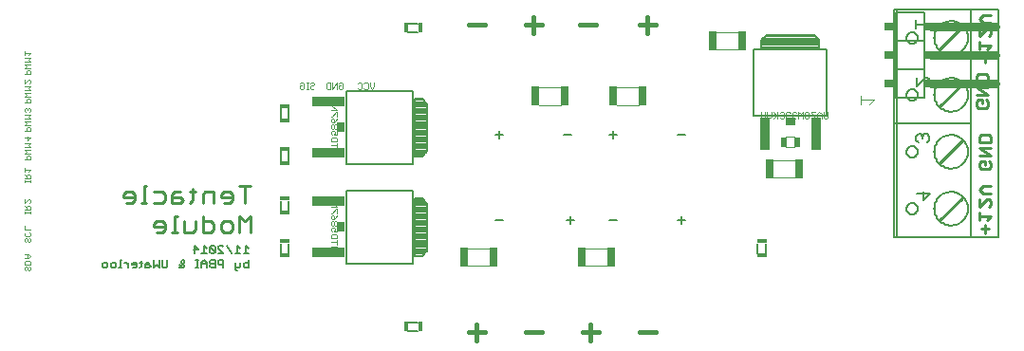
<source format=gbo>
G75*
%MOIN*%
%OFA0B0*%
%FSLAX24Y24*%
%IPPOS*%
%LPD*%
%AMOC8*
5,1,8,0,0,1.08239X$1,22.5*
%
%ADD10C,0.0020*%
%ADD11C,0.0040*%
%ADD12C,0.0090*%
%ADD13C,0.0150*%
%ADD14C,0.0110*%
%ADD15C,0.0050*%
%ADD16C,0.0080*%
%ADD17R,0.0295X0.0669*%
%ADD18C,0.0060*%
%ADD19C,0.0300*%
%ADD20R,0.0200X0.0300*%
%ADD21R,0.0400X0.0300*%
%ADD22R,0.0340X0.0160*%
%ADD23R,0.0160X0.0340*%
%ADD24R,0.1140X0.0340*%
%ADD25R,0.0300X0.0340*%
%ADD26C,0.0079*%
%ADD27C,0.0100*%
%ADD28R,0.0197X0.0374*%
%ADD29R,0.0340X0.1140*%
%ADD30R,0.0340X0.0300*%
D10*
X018324Y003804D02*
X018544Y003804D01*
X018324Y003951D01*
X018544Y003951D01*
X018544Y004025D02*
X018544Y004172D01*
X018544Y004099D02*
X018324Y004099D01*
X018324Y004246D02*
X018324Y004357D01*
X018360Y004393D01*
X018507Y004393D01*
X018544Y004357D01*
X018544Y004246D01*
X018324Y004246D01*
X018360Y004467D02*
X018324Y004504D01*
X018324Y004577D01*
X018360Y004614D01*
X018434Y004614D01*
X018471Y004577D01*
X018471Y004541D01*
X018434Y004467D01*
X018544Y004467D01*
X018544Y004614D01*
X018507Y004688D02*
X018471Y004688D01*
X018434Y004725D01*
X018434Y004798D01*
X018397Y004835D01*
X018360Y004835D01*
X018324Y004798D01*
X018324Y004725D01*
X018360Y004688D01*
X018397Y004688D01*
X018434Y004725D01*
X018434Y004798D02*
X018471Y004835D01*
X018507Y004835D01*
X018544Y004798D01*
X018544Y004725D01*
X018507Y004688D01*
X018434Y004909D02*
X018434Y005019D01*
X018397Y005056D01*
X018360Y005056D01*
X018324Y005019D01*
X018324Y004946D01*
X018360Y004909D01*
X018434Y004909D01*
X018507Y004983D01*
X018544Y005056D01*
X018544Y005130D02*
X018544Y005277D01*
X018507Y005277D01*
X018360Y005130D01*
X018324Y005130D01*
X018324Y005351D02*
X018544Y005351D01*
X018324Y005498D01*
X018544Y005498D01*
X018544Y005572D02*
X018324Y005572D01*
X018324Y005719D01*
X018324Y007204D02*
X018544Y007204D01*
X018324Y007351D01*
X018544Y007351D01*
X018544Y007425D02*
X018544Y007572D01*
X018544Y007499D02*
X018324Y007499D01*
X018324Y007646D02*
X018324Y007757D01*
X018360Y007793D01*
X018507Y007793D01*
X018544Y007757D01*
X018544Y007646D01*
X018324Y007646D01*
X018360Y007867D02*
X018324Y007904D01*
X018324Y007977D01*
X018360Y008014D01*
X018434Y008014D01*
X018471Y007977D01*
X018471Y007941D01*
X018434Y007867D01*
X018544Y007867D01*
X018544Y008014D01*
X018507Y008088D02*
X018471Y008088D01*
X018434Y008125D01*
X018434Y008198D01*
X018397Y008235D01*
X018360Y008235D01*
X018324Y008198D01*
X018324Y008125D01*
X018360Y008088D01*
X018397Y008088D01*
X018434Y008125D01*
X018434Y008198D02*
X018471Y008235D01*
X018507Y008235D01*
X018544Y008198D01*
X018544Y008125D01*
X018507Y008088D01*
X018434Y008309D02*
X018434Y008419D01*
X018397Y008456D01*
X018360Y008456D01*
X018324Y008419D01*
X018324Y008346D01*
X018360Y008309D01*
X018434Y008309D01*
X018507Y008383D01*
X018544Y008456D01*
X018544Y008530D02*
X018544Y008677D01*
X018507Y008677D01*
X018360Y008530D01*
X018324Y008530D01*
X018324Y008751D02*
X018544Y008751D01*
X018324Y008898D01*
X018544Y008898D01*
X018544Y008972D02*
X018324Y008972D01*
X018324Y009119D01*
X018302Y009493D02*
X018192Y009493D01*
X018155Y009530D01*
X018155Y009677D01*
X018192Y009714D01*
X018302Y009714D01*
X018302Y009493D01*
X018192Y009493D01*
X018155Y009530D01*
X018155Y009677D01*
X018192Y009714D01*
X018302Y009714D01*
X018302Y009493D01*
X018376Y009493D02*
X018376Y009714D01*
X018376Y009493D01*
X018523Y009714D01*
X018523Y009493D01*
X018523Y009714D01*
X018376Y009493D01*
X018597Y009530D02*
X018597Y009603D01*
X018670Y009603D01*
X018597Y009603D01*
X018597Y009530D01*
X018634Y009493D01*
X018707Y009493D01*
X018744Y009530D01*
X018744Y009677D01*
X018707Y009714D01*
X018634Y009714D01*
X018597Y009677D01*
X018634Y009714D01*
X018707Y009714D01*
X018744Y009677D01*
X018744Y009530D01*
X018707Y009493D01*
X018634Y009493D01*
X018597Y009530D01*
X019255Y009530D02*
X019292Y009493D01*
X019365Y009493D01*
X019402Y009530D01*
X019402Y009677D01*
X019365Y009714D01*
X019292Y009714D01*
X019255Y009677D01*
X019476Y009677D02*
X019513Y009714D01*
X019586Y009714D01*
X019623Y009677D01*
X019623Y009530D01*
X019586Y009493D01*
X019513Y009493D01*
X019476Y009530D01*
X019697Y009567D02*
X019697Y009714D01*
X019844Y009714D02*
X019844Y009567D01*
X019770Y009493D01*
X019697Y009567D01*
X017744Y009530D02*
X017707Y009493D01*
X017634Y009493D01*
X017597Y009530D01*
X017597Y009567D01*
X017634Y009603D01*
X017707Y009603D01*
X017744Y009640D01*
X017744Y009677D01*
X017707Y009714D01*
X017634Y009714D01*
X017597Y009677D01*
X017523Y009714D02*
X017449Y009714D01*
X017486Y009714D02*
X017486Y009493D01*
X017523Y009493D02*
X017449Y009493D01*
X017375Y009530D02*
X017339Y009493D01*
X017265Y009493D01*
X017229Y009530D01*
X017229Y009603D01*
X017302Y009603D01*
X017375Y009677D02*
X017375Y009530D01*
X017375Y009677D02*
X017339Y009714D01*
X017265Y009714D01*
X017229Y009677D01*
X033418Y008674D02*
X033418Y008490D01*
X033455Y008453D01*
X033528Y008453D01*
X033565Y008490D01*
X033565Y008674D01*
X033639Y008674D02*
X033639Y008527D01*
X033712Y008453D01*
X033786Y008527D01*
X033786Y008674D01*
X033860Y008674D02*
X034007Y008527D01*
X033970Y008563D02*
X033860Y008453D01*
X034007Y008453D02*
X034007Y008674D01*
X034081Y008637D02*
X034118Y008674D01*
X034191Y008674D01*
X034228Y008637D01*
X034228Y008490D01*
X034191Y008453D01*
X034118Y008453D01*
X034081Y008490D01*
X034302Y008490D02*
X034339Y008453D01*
X034412Y008453D01*
X034449Y008490D01*
X034523Y008490D02*
X034560Y008453D01*
X034633Y008453D01*
X034670Y008490D01*
X034744Y008453D02*
X034744Y008674D01*
X034817Y008600D01*
X034891Y008674D01*
X034891Y008453D01*
X034965Y008490D02*
X035002Y008453D01*
X035075Y008453D01*
X035112Y008490D01*
X035112Y008527D01*
X035075Y008563D01*
X035002Y008563D01*
X034965Y008527D01*
X034965Y008490D01*
X035002Y008563D02*
X034965Y008600D01*
X034965Y008637D01*
X035002Y008674D01*
X035075Y008674D01*
X035112Y008637D01*
X035112Y008600D01*
X035075Y008563D01*
X035186Y008637D02*
X035333Y008490D01*
X035333Y008453D01*
X035407Y008453D02*
X035407Y008600D01*
X035480Y008674D01*
X035554Y008600D01*
X035554Y008453D01*
X035628Y008490D02*
X035665Y008453D01*
X035738Y008453D01*
X035775Y008490D01*
X035775Y008674D01*
X035628Y008674D02*
X035628Y008490D01*
X035554Y008563D02*
X035407Y008563D01*
X035333Y008674D02*
X035186Y008674D01*
X035186Y008637D01*
X034670Y008637D02*
X034633Y008674D01*
X034560Y008674D01*
X034523Y008637D01*
X034523Y008600D01*
X034560Y008563D01*
X034523Y008527D01*
X034523Y008490D01*
X034560Y008563D02*
X034596Y008563D01*
X034449Y008637D02*
X034412Y008674D01*
X034339Y008674D01*
X034302Y008637D01*
X034302Y008600D01*
X034339Y008563D01*
X034302Y008527D01*
X034302Y008490D01*
X034339Y008563D02*
X034375Y008563D01*
D11*
X007607Y003103D02*
X007574Y003137D01*
X007574Y003203D01*
X007607Y003237D01*
X007641Y003237D01*
X007674Y003203D01*
X007674Y003137D01*
X007707Y003103D01*
X007741Y003103D01*
X007774Y003137D01*
X007774Y003203D01*
X007741Y003237D01*
X007774Y003324D02*
X007574Y003324D01*
X007574Y003424D01*
X007607Y003458D01*
X007741Y003458D01*
X007774Y003424D01*
X007774Y003324D01*
X007707Y003545D02*
X007574Y003545D01*
X007674Y003545D02*
X007674Y003679D01*
X007707Y003679D02*
X007574Y003679D01*
X007707Y003679D02*
X007774Y003612D01*
X007707Y003545D01*
X007707Y004103D02*
X007674Y004137D01*
X007674Y004203D01*
X007641Y004237D01*
X007607Y004237D01*
X007574Y004203D01*
X007574Y004137D01*
X007607Y004103D01*
X007707Y004103D02*
X007741Y004103D01*
X007774Y004137D01*
X007774Y004203D01*
X007741Y004237D01*
X007741Y004324D02*
X007607Y004324D01*
X007574Y004358D01*
X007574Y004424D01*
X007607Y004458D01*
X007574Y004545D02*
X007574Y004679D01*
X007574Y004545D02*
X007774Y004545D01*
X007741Y004458D02*
X007774Y004424D01*
X007774Y004358D01*
X007741Y004324D01*
X007774Y005103D02*
X007774Y005170D01*
X007774Y005137D02*
X007574Y005137D01*
X007574Y005170D02*
X007574Y005103D01*
X007574Y005251D02*
X007774Y005251D01*
X007774Y005351D01*
X007741Y005384D01*
X007674Y005384D01*
X007641Y005351D01*
X007641Y005251D01*
X007641Y005317D02*
X007574Y005384D01*
X007574Y005472D02*
X007707Y005605D01*
X007741Y005605D01*
X007774Y005572D01*
X007774Y005505D01*
X007741Y005472D01*
X007574Y005472D02*
X007574Y005605D01*
X007574Y006203D02*
X007574Y006270D01*
X007574Y006237D02*
X007774Y006237D01*
X007774Y006270D02*
X007774Y006203D01*
X007774Y006351D02*
X007574Y006351D01*
X007641Y006351D02*
X007641Y006451D01*
X007674Y006484D01*
X007741Y006484D01*
X007774Y006451D01*
X007774Y006351D01*
X007641Y006417D02*
X007574Y006484D01*
X007574Y006572D02*
X007574Y006705D01*
X007574Y006638D02*
X007774Y006638D01*
X007707Y006572D01*
X007641Y007003D02*
X007641Y007103D01*
X007674Y007137D01*
X007741Y007137D01*
X007774Y007103D01*
X007774Y007003D01*
X007574Y007003D01*
X007574Y007224D02*
X007641Y007291D01*
X007574Y007358D01*
X007774Y007358D01*
X007774Y007445D02*
X007574Y007445D01*
X007574Y007579D02*
X007774Y007579D01*
X007707Y007512D01*
X007774Y007445D01*
X007674Y007666D02*
X007674Y007800D01*
X007774Y007766D02*
X007674Y007666D01*
X007574Y007766D02*
X007774Y007766D01*
X007774Y008003D02*
X007574Y008003D01*
X007641Y008003D02*
X007641Y008103D01*
X007674Y008137D01*
X007741Y008137D01*
X007774Y008103D01*
X007774Y008003D01*
X007774Y008224D02*
X007574Y008224D01*
X007641Y008291D01*
X007574Y008358D01*
X007774Y008358D01*
X007774Y008445D02*
X007707Y008512D01*
X007774Y008579D01*
X007574Y008579D01*
X007607Y008666D02*
X007574Y008700D01*
X007574Y008766D01*
X007607Y008800D01*
X007641Y008800D01*
X007674Y008766D01*
X007674Y008733D01*
X007674Y008766D02*
X007707Y008800D01*
X007741Y008800D01*
X007774Y008766D01*
X007774Y008700D01*
X007741Y008666D01*
X007774Y008445D02*
X007574Y008445D01*
X007574Y009003D02*
X007774Y009003D01*
X007774Y009103D01*
X007741Y009137D01*
X007674Y009137D01*
X007641Y009103D01*
X007641Y009003D01*
X007574Y009224D02*
X007641Y009291D01*
X007574Y009358D01*
X007774Y009358D01*
X007774Y009445D02*
X007574Y009445D01*
X007574Y009579D02*
X007774Y009579D01*
X007707Y009512D01*
X007774Y009445D01*
X007741Y009666D02*
X007774Y009700D01*
X007774Y009766D01*
X007741Y009800D01*
X007707Y009800D01*
X007574Y009666D01*
X007574Y009800D01*
X007574Y010003D02*
X007774Y010003D01*
X007774Y010103D01*
X007741Y010137D01*
X007674Y010137D01*
X007641Y010103D01*
X007641Y010003D01*
X007574Y010224D02*
X007641Y010291D01*
X007574Y010358D01*
X007774Y010358D01*
X007774Y010445D02*
X007574Y010445D01*
X007574Y010579D02*
X007774Y010579D01*
X007707Y010512D01*
X007774Y010445D01*
X007707Y010666D02*
X007774Y010733D01*
X007574Y010733D01*
X007574Y010666D02*
X007574Y010800D01*
X007574Y010224D02*
X007774Y010224D01*
X007774Y009224D02*
X007574Y009224D01*
X007574Y007224D02*
X007774Y007224D01*
X023124Y003893D02*
X023884Y003893D01*
X023884Y003273D02*
X023124Y003273D01*
X027274Y003273D02*
X028034Y003273D01*
X028034Y003893D02*
X027274Y003893D01*
X033874Y006373D02*
X034634Y006373D01*
X034634Y006993D02*
X033874Y006993D01*
X034314Y007463D02*
X034594Y007463D01*
X034594Y007798D02*
X034314Y007798D01*
X036924Y008953D02*
X036924Y009260D01*
X036924Y009107D02*
X037384Y009107D01*
X037231Y008953D01*
X032634Y010873D02*
X031874Y010873D01*
X031874Y011493D02*
X032634Y011493D01*
X029134Y009543D02*
X028374Y009543D01*
X028374Y008923D02*
X029134Y008923D01*
X026384Y008923D02*
X025624Y008923D01*
X025624Y009543D02*
X026384Y009543D01*
D12*
X040999Y009562D02*
X041409Y009562D01*
X041409Y009749D02*
X040999Y009749D01*
X040999Y009954D01*
X041067Y010023D01*
X041341Y010023D01*
X041409Y009954D01*
X041409Y009749D01*
X040999Y009562D02*
X041409Y009289D01*
X040999Y009289D01*
X041067Y009102D02*
X041204Y009102D01*
X041204Y008965D01*
X041341Y008828D02*
X041067Y008828D01*
X040999Y008897D01*
X040999Y009034D01*
X041067Y009102D01*
X041341Y009102D02*
X041409Y009034D01*
X041409Y008897D01*
X041341Y008828D01*
X041441Y007873D02*
X041167Y007873D01*
X041099Y007804D01*
X041099Y007599D01*
X041509Y007599D01*
X041509Y007804D01*
X041441Y007873D01*
X041509Y007412D02*
X041099Y007412D01*
X041509Y007139D01*
X041099Y007139D01*
X041167Y006952D02*
X041304Y006952D01*
X041304Y006815D01*
X041441Y006678D02*
X041167Y006678D01*
X041099Y006747D01*
X041099Y006884D01*
X041167Y006952D01*
X041441Y006952D02*
X041509Y006884D01*
X041509Y006747D01*
X041441Y006678D01*
X041509Y006083D02*
X041236Y006083D01*
X041099Y005946D01*
X041236Y005810D01*
X041509Y005810D01*
X041441Y005623D02*
X041509Y005554D01*
X041509Y005418D01*
X041441Y005349D01*
X041372Y005623D02*
X041099Y005349D01*
X041099Y005623D01*
X041372Y005623D02*
X041441Y005623D01*
X041099Y005162D02*
X041099Y004889D01*
X041099Y005026D02*
X041509Y005026D01*
X041372Y004889D01*
X041304Y004702D02*
X041304Y004428D01*
X041441Y004565D02*
X041167Y004565D01*
X041304Y010428D02*
X041304Y010702D01*
X041441Y010565D02*
X041167Y010565D01*
X041099Y010889D02*
X041099Y011162D01*
X041099Y011026D02*
X041509Y011026D01*
X041372Y010889D01*
X041441Y011349D02*
X041509Y011418D01*
X041509Y011554D01*
X041441Y011623D01*
X041372Y011623D01*
X041099Y011349D01*
X041099Y011623D01*
X041236Y011810D02*
X041099Y011946D01*
X041236Y012083D01*
X041509Y012083D01*
X041509Y011810D02*
X041236Y011810D01*
D13*
X029729Y011734D02*
X029162Y011734D01*
X029445Y012017D02*
X029445Y011450D01*
X027629Y011734D02*
X027062Y011734D01*
X025729Y011734D02*
X025162Y011734D01*
X025445Y012017D02*
X025445Y011450D01*
X023729Y011734D02*
X023162Y011734D01*
X023445Y001217D02*
X023445Y000650D01*
X023162Y000934D02*
X023729Y000934D01*
X025162Y000934D02*
X025729Y000934D01*
X027162Y000934D02*
X027729Y000934D01*
X027445Y001217D02*
X027445Y000650D01*
X029162Y000934D02*
X029729Y000934D01*
D14*
X015499Y004438D02*
X015499Y005029D01*
X015302Y004832D01*
X015105Y005029D01*
X015105Y004438D01*
X014854Y004537D02*
X014756Y004438D01*
X014559Y004438D01*
X014461Y004537D01*
X014461Y004734D01*
X014559Y004832D01*
X014756Y004832D01*
X014854Y004734D01*
X014854Y004537D01*
X014210Y004537D02*
X014111Y004438D01*
X013816Y004438D01*
X013816Y005029D01*
X013816Y004832D02*
X014111Y004832D01*
X014210Y004734D01*
X014210Y004537D01*
X013565Y004537D02*
X013467Y004438D01*
X013171Y004438D01*
X013171Y004832D01*
X012921Y005029D02*
X012822Y005029D01*
X012822Y004438D01*
X012724Y004438D02*
X012921Y004438D01*
X012491Y004537D02*
X012491Y004734D01*
X012392Y004832D01*
X012196Y004832D01*
X012097Y004734D01*
X012097Y004635D01*
X012491Y004635D01*
X012491Y004537D02*
X012392Y004438D01*
X012196Y004438D01*
X013565Y004537D02*
X013565Y004832D01*
X013368Y005488D02*
X013467Y005587D01*
X013467Y005980D01*
X013565Y005882D02*
X013368Y005882D01*
X013037Y005882D02*
X012840Y005882D01*
X012742Y005784D01*
X012742Y005488D01*
X013037Y005488D01*
X013135Y005587D01*
X013037Y005685D01*
X012742Y005685D01*
X012491Y005587D02*
X012392Y005488D01*
X012097Y005488D01*
X011846Y005488D02*
X011649Y005488D01*
X011748Y005488D02*
X011748Y006079D01*
X011846Y006079D01*
X012097Y005882D02*
X012392Y005882D01*
X012491Y005784D01*
X012491Y005587D01*
X011417Y005587D02*
X011417Y005784D01*
X011318Y005882D01*
X011121Y005882D01*
X011023Y005784D01*
X011023Y005685D01*
X011417Y005685D01*
X011417Y005587D02*
X011318Y005488D01*
X011121Y005488D01*
X013816Y005488D02*
X013816Y005784D01*
X013914Y005882D01*
X014210Y005882D01*
X014210Y005488D01*
X014559Y005488D02*
X014756Y005488D01*
X014854Y005587D01*
X014854Y005784D01*
X014756Y005882D01*
X014559Y005882D01*
X014461Y005784D01*
X014461Y005685D01*
X014854Y005685D01*
X015105Y006079D02*
X015499Y006079D01*
X015302Y006079D02*
X015302Y005488D01*
D15*
X015339Y003979D02*
X015339Y003708D01*
X015429Y003708D02*
X015249Y003708D01*
X015134Y003708D02*
X014954Y003708D01*
X015044Y003708D02*
X015044Y003979D01*
X015134Y003888D01*
X015339Y003979D02*
X015429Y003888D01*
X014839Y003708D02*
X014659Y003979D01*
X014545Y003934D02*
X014500Y003979D01*
X014410Y003979D01*
X014365Y003934D01*
X014365Y003888D01*
X014545Y003708D01*
X014365Y003708D01*
X014250Y003753D02*
X014070Y003934D01*
X014070Y003753D01*
X014115Y003708D01*
X014205Y003708D01*
X014250Y003753D01*
X014250Y003934D01*
X014205Y003979D01*
X014115Y003979D01*
X014070Y003934D01*
X013956Y003888D02*
X013865Y003979D01*
X013865Y003708D01*
X013775Y003708D02*
X013956Y003708D01*
X013865Y003479D02*
X013775Y003388D01*
X013775Y003208D01*
X013661Y003208D02*
X013571Y003208D01*
X013616Y003208D02*
X013616Y003479D01*
X013661Y003479D02*
X013571Y003479D01*
X013526Y003708D02*
X013526Y003979D01*
X013661Y003843D01*
X013481Y003843D01*
X013125Y003479D02*
X013080Y003434D01*
X013080Y003388D01*
X013170Y003298D01*
X013170Y003253D01*
X013125Y003208D01*
X013080Y003208D01*
X012990Y003298D01*
X012990Y003208D02*
X013170Y003388D01*
X013170Y003434D01*
X013125Y003479D01*
X013775Y003343D02*
X013956Y003343D01*
X013956Y003388D02*
X013865Y003479D01*
X013956Y003388D02*
X013956Y003208D01*
X014070Y003253D02*
X014115Y003208D01*
X014250Y003208D01*
X014250Y003479D01*
X014115Y003479D01*
X014070Y003434D01*
X014070Y003388D01*
X014115Y003343D01*
X014250Y003343D01*
X014365Y003343D02*
X014365Y003434D01*
X014410Y003479D01*
X014545Y003479D01*
X014545Y003208D01*
X014545Y003298D02*
X014410Y003298D01*
X014365Y003343D01*
X014115Y003343D02*
X014070Y003298D01*
X014070Y003253D01*
X014954Y003208D02*
X015089Y003208D01*
X015134Y003253D01*
X015134Y003388D01*
X015249Y003343D02*
X015249Y003253D01*
X015294Y003208D01*
X015429Y003208D01*
X015429Y003479D01*
X015429Y003388D02*
X015294Y003388D01*
X015249Y003343D01*
X014954Y003388D02*
X014954Y003163D01*
X014999Y003118D01*
X015044Y003118D01*
X012580Y003253D02*
X012535Y003208D01*
X012445Y003208D01*
X012400Y003253D01*
X012400Y003479D01*
X012286Y003479D02*
X012286Y003208D01*
X012196Y003298D01*
X012106Y003208D01*
X012106Y003479D01*
X011946Y003388D02*
X011856Y003388D01*
X011811Y003343D01*
X011811Y003208D01*
X011946Y003208D01*
X011991Y003253D01*
X011946Y003298D01*
X011811Y003298D01*
X011697Y003388D02*
X011606Y003388D01*
X011651Y003434D02*
X011651Y003253D01*
X011606Y003208D01*
X011500Y003253D02*
X011500Y003343D01*
X011455Y003388D01*
X011365Y003388D01*
X011320Y003343D01*
X011320Y003298D01*
X011500Y003298D01*
X011500Y003253D02*
X011455Y003208D01*
X011365Y003208D01*
X011205Y003208D02*
X011205Y003388D01*
X011205Y003298D02*
X011115Y003388D01*
X011070Y003388D01*
X010960Y003479D02*
X010915Y003479D01*
X010915Y003208D01*
X010960Y003208D02*
X010870Y003208D01*
X010763Y003253D02*
X010718Y003208D01*
X010628Y003208D01*
X010583Y003253D01*
X010583Y003343D01*
X010628Y003388D01*
X010718Y003388D01*
X010763Y003343D01*
X010763Y003253D01*
X010469Y003253D02*
X010469Y003343D01*
X010424Y003388D01*
X010334Y003388D01*
X010289Y003343D01*
X010289Y003253D01*
X010334Y003208D01*
X010424Y003208D01*
X010469Y003253D01*
X012580Y003253D02*
X012580Y003479D01*
X038899Y005803D02*
X039349Y005803D01*
X039124Y005578D01*
X039124Y005878D01*
X039254Y007598D02*
X039329Y007673D01*
X039329Y007823D01*
X039254Y007898D01*
X039179Y007898D01*
X039104Y007823D01*
X039029Y007898D01*
X038954Y007898D01*
X038879Y007823D01*
X038879Y007673D01*
X038954Y007598D01*
X039104Y007748D02*
X039104Y007823D01*
X039274Y009578D02*
X039349Y009653D01*
X039349Y009803D01*
X039274Y009878D01*
X039199Y009878D01*
X038899Y009578D01*
X038899Y009878D01*
X038879Y011598D02*
X038879Y011898D01*
X038879Y011748D02*
X039329Y011748D01*
X039179Y011598D01*
D16*
X035744Y010893D02*
X033163Y010893D01*
X033164Y010893D02*
X033164Y008533D01*
X035744Y008533D01*
X035744Y010893D01*
X035464Y010933D02*
X033444Y010933D01*
X033444Y011213D01*
X033624Y011393D01*
X035284Y011393D01*
X035464Y011213D01*
X035464Y010933D01*
X028224Y008024D02*
X028224Y007743D01*
X028364Y007884D02*
X028084Y007884D01*
X026764Y007884D02*
X026484Y007884D01*
X024364Y007884D02*
X024084Y007884D01*
X024224Y008024D02*
X024224Y007743D01*
X021714Y007303D02*
X021534Y007123D01*
X021254Y007123D01*
X021254Y009143D01*
X021534Y009143D01*
X021714Y008963D01*
X021714Y007303D01*
X021214Y006843D02*
X018854Y006843D01*
X018854Y009423D01*
X021214Y009423D01*
X021213Y009424D02*
X021214Y006843D01*
X021213Y005924D02*
X021214Y003343D01*
X018854Y003343D01*
X018854Y005923D01*
X021214Y005923D01*
X021254Y005643D02*
X021254Y003623D01*
X021534Y003623D01*
X021714Y003803D01*
X021714Y005463D01*
X021534Y005643D01*
X021254Y005643D01*
X024084Y004884D02*
X024364Y004884D01*
X026584Y004884D02*
X026864Y004884D01*
X026724Y005024D02*
X026724Y004743D01*
X028084Y004884D02*
X028364Y004884D01*
X030484Y004884D02*
X030764Y004884D01*
X030624Y005024D02*
X030624Y004743D01*
X030764Y007884D02*
X030484Y007884D01*
D17*
X033731Y006684D03*
X034776Y006683D03*
X029276Y009233D03*
X028231Y009234D03*
X026526Y009233D03*
X025481Y009234D03*
X031731Y011184D03*
X032776Y011183D03*
X028176Y003583D03*
X027131Y003584D03*
X024026Y003583D03*
X022981Y003584D03*
D18*
X016844Y003713D02*
X016844Y004053D01*
X016564Y004053D02*
X016564Y003713D01*
X016564Y005213D02*
X016564Y005553D01*
X016844Y005553D02*
X016844Y005213D01*
X016844Y006963D02*
X016844Y007303D01*
X016564Y007303D02*
X016564Y006963D01*
X016564Y008463D02*
X016564Y008803D01*
X016844Y008803D02*
X016844Y008463D01*
X021034Y011493D02*
X021374Y011493D01*
X021374Y011773D02*
X021034Y011773D01*
X038104Y012283D02*
X038104Y008283D01*
X040804Y008283D01*
X040804Y007633D01*
X040804Y006933D01*
X040804Y005633D01*
X040804Y004933D01*
X040804Y004283D01*
X041754Y004283D01*
X041754Y012283D01*
X040804Y012283D01*
X040804Y011633D01*
X040804Y010933D01*
X040804Y009633D01*
X040804Y008933D01*
X040804Y008283D01*
X039154Y009183D02*
X038154Y009183D01*
X038154Y010183D01*
X038154Y011183D01*
X038154Y012183D01*
X039154Y012183D01*
X039154Y011183D01*
X039154Y010183D01*
X039154Y009183D01*
X038534Y009283D02*
X038536Y009311D01*
X038542Y009338D01*
X038551Y009364D01*
X038564Y009389D01*
X038581Y009412D01*
X038600Y009432D01*
X038622Y009449D01*
X038646Y009463D01*
X038672Y009473D01*
X038699Y009480D01*
X038727Y009483D01*
X038755Y009482D01*
X038782Y009477D01*
X038809Y009468D01*
X038834Y009456D01*
X038857Y009441D01*
X038878Y009422D01*
X038896Y009401D01*
X038911Y009377D01*
X038922Y009351D01*
X038930Y009325D01*
X038934Y009297D01*
X038934Y009269D01*
X038930Y009241D01*
X038922Y009215D01*
X038911Y009189D01*
X038896Y009165D01*
X038878Y009144D01*
X038857Y009125D01*
X038834Y009110D01*
X038809Y009098D01*
X038782Y009089D01*
X038755Y009084D01*
X038727Y009083D01*
X038699Y009086D01*
X038672Y009093D01*
X038646Y009103D01*
X038622Y009117D01*
X038600Y009134D01*
X038581Y009154D01*
X038564Y009177D01*
X038551Y009202D01*
X038542Y009228D01*
X038536Y009255D01*
X038534Y009283D01*
X039514Y009283D02*
X039516Y009331D01*
X039522Y009379D01*
X039532Y009426D01*
X039545Y009472D01*
X039562Y009517D01*
X039583Y009560D01*
X039608Y009602D01*
X039635Y009641D01*
X039666Y009678D01*
X039700Y009713D01*
X039736Y009744D01*
X039775Y009773D01*
X039816Y009798D01*
X039859Y009820D01*
X039903Y009838D01*
X039949Y009852D01*
X039996Y009863D01*
X040044Y009870D01*
X040092Y009873D01*
X040140Y009872D01*
X040188Y009867D01*
X040235Y009858D01*
X040282Y009846D01*
X040327Y009829D01*
X040371Y009809D01*
X040413Y009786D01*
X040453Y009759D01*
X040490Y009729D01*
X040525Y009696D01*
X040558Y009660D01*
X040587Y009622D01*
X040613Y009581D01*
X040636Y009539D01*
X040655Y009495D01*
X040670Y009449D01*
X040682Y009403D01*
X040690Y009355D01*
X040694Y009307D01*
X040694Y009259D01*
X040690Y009211D01*
X040682Y009163D01*
X040670Y009117D01*
X040655Y009071D01*
X040636Y009027D01*
X040613Y008985D01*
X040587Y008944D01*
X040558Y008906D01*
X040525Y008870D01*
X040490Y008837D01*
X040453Y008807D01*
X040413Y008780D01*
X040371Y008757D01*
X040327Y008737D01*
X040282Y008720D01*
X040235Y008708D01*
X040188Y008699D01*
X040140Y008694D01*
X040092Y008693D01*
X040044Y008696D01*
X039996Y008703D01*
X039949Y008714D01*
X039903Y008728D01*
X039859Y008746D01*
X039816Y008768D01*
X039775Y008793D01*
X039736Y008822D01*
X039700Y008853D01*
X039666Y008888D01*
X039635Y008925D01*
X039608Y008964D01*
X039583Y009006D01*
X039562Y009049D01*
X039545Y009094D01*
X039532Y009140D01*
X039522Y009187D01*
X039516Y009235D01*
X039514Y009283D01*
X039154Y010183D02*
X038154Y010183D01*
X038154Y011183D02*
X039154Y011183D01*
X038534Y011283D02*
X038536Y011311D01*
X038542Y011338D01*
X038551Y011364D01*
X038564Y011389D01*
X038581Y011412D01*
X038600Y011432D01*
X038622Y011449D01*
X038646Y011463D01*
X038672Y011473D01*
X038699Y011480D01*
X038727Y011483D01*
X038755Y011482D01*
X038782Y011477D01*
X038809Y011468D01*
X038834Y011456D01*
X038857Y011441D01*
X038878Y011422D01*
X038896Y011401D01*
X038911Y011377D01*
X038922Y011351D01*
X038930Y011325D01*
X038934Y011297D01*
X038934Y011269D01*
X038930Y011241D01*
X038922Y011215D01*
X038911Y011189D01*
X038896Y011165D01*
X038878Y011144D01*
X038857Y011125D01*
X038834Y011110D01*
X038809Y011098D01*
X038782Y011089D01*
X038755Y011084D01*
X038727Y011083D01*
X038699Y011086D01*
X038672Y011093D01*
X038646Y011103D01*
X038622Y011117D01*
X038600Y011134D01*
X038581Y011154D01*
X038564Y011177D01*
X038551Y011202D01*
X038542Y011228D01*
X038536Y011255D01*
X038534Y011283D01*
X039514Y011283D02*
X039516Y011331D01*
X039522Y011379D01*
X039532Y011426D01*
X039545Y011472D01*
X039562Y011517D01*
X039583Y011560D01*
X039608Y011602D01*
X039635Y011641D01*
X039666Y011678D01*
X039700Y011713D01*
X039736Y011744D01*
X039775Y011773D01*
X039816Y011798D01*
X039859Y011820D01*
X039903Y011838D01*
X039949Y011852D01*
X039996Y011863D01*
X040044Y011870D01*
X040092Y011873D01*
X040140Y011872D01*
X040188Y011867D01*
X040235Y011858D01*
X040282Y011846D01*
X040327Y011829D01*
X040371Y011809D01*
X040413Y011786D01*
X040453Y011759D01*
X040490Y011729D01*
X040525Y011696D01*
X040558Y011660D01*
X040587Y011622D01*
X040613Y011581D01*
X040636Y011539D01*
X040655Y011495D01*
X040670Y011449D01*
X040682Y011403D01*
X040690Y011355D01*
X040694Y011307D01*
X040694Y011259D01*
X040690Y011211D01*
X040682Y011163D01*
X040670Y011117D01*
X040655Y011071D01*
X040636Y011027D01*
X040613Y010985D01*
X040587Y010944D01*
X040558Y010906D01*
X040525Y010870D01*
X040490Y010837D01*
X040453Y010807D01*
X040413Y010780D01*
X040371Y010757D01*
X040327Y010737D01*
X040282Y010720D01*
X040235Y010708D01*
X040188Y010699D01*
X040140Y010694D01*
X040092Y010693D01*
X040044Y010696D01*
X039996Y010703D01*
X039949Y010714D01*
X039903Y010728D01*
X039859Y010746D01*
X039816Y010768D01*
X039775Y010793D01*
X039736Y010822D01*
X039700Y010853D01*
X039666Y010888D01*
X039635Y010925D01*
X039608Y010964D01*
X039583Y011006D01*
X039562Y011049D01*
X039545Y011094D01*
X039532Y011140D01*
X039522Y011187D01*
X039516Y011235D01*
X039514Y011283D01*
X040804Y012283D02*
X038204Y012283D01*
X038104Y012283D01*
X038204Y012283D02*
X038204Y004283D01*
X040804Y004283D01*
X038204Y004283D02*
X038104Y004283D01*
X038104Y008283D01*
X038534Y007283D02*
X038536Y007311D01*
X038542Y007338D01*
X038551Y007364D01*
X038564Y007389D01*
X038581Y007412D01*
X038600Y007432D01*
X038622Y007449D01*
X038646Y007463D01*
X038672Y007473D01*
X038699Y007480D01*
X038727Y007483D01*
X038755Y007482D01*
X038782Y007477D01*
X038809Y007468D01*
X038834Y007456D01*
X038857Y007441D01*
X038878Y007422D01*
X038896Y007401D01*
X038911Y007377D01*
X038922Y007351D01*
X038930Y007325D01*
X038934Y007297D01*
X038934Y007269D01*
X038930Y007241D01*
X038922Y007215D01*
X038911Y007189D01*
X038896Y007165D01*
X038878Y007144D01*
X038857Y007125D01*
X038834Y007110D01*
X038809Y007098D01*
X038782Y007089D01*
X038755Y007084D01*
X038727Y007083D01*
X038699Y007086D01*
X038672Y007093D01*
X038646Y007103D01*
X038622Y007117D01*
X038600Y007134D01*
X038581Y007154D01*
X038564Y007177D01*
X038551Y007202D01*
X038542Y007228D01*
X038536Y007255D01*
X038534Y007283D01*
X039514Y007283D02*
X039516Y007331D01*
X039522Y007379D01*
X039532Y007426D01*
X039545Y007472D01*
X039562Y007517D01*
X039583Y007560D01*
X039608Y007602D01*
X039635Y007641D01*
X039666Y007678D01*
X039700Y007713D01*
X039736Y007744D01*
X039775Y007773D01*
X039816Y007798D01*
X039859Y007820D01*
X039903Y007838D01*
X039949Y007852D01*
X039996Y007863D01*
X040044Y007870D01*
X040092Y007873D01*
X040140Y007872D01*
X040188Y007867D01*
X040235Y007858D01*
X040282Y007846D01*
X040327Y007829D01*
X040371Y007809D01*
X040413Y007786D01*
X040453Y007759D01*
X040490Y007729D01*
X040525Y007696D01*
X040558Y007660D01*
X040587Y007622D01*
X040613Y007581D01*
X040636Y007539D01*
X040655Y007495D01*
X040670Y007449D01*
X040682Y007403D01*
X040690Y007355D01*
X040694Y007307D01*
X040694Y007259D01*
X040690Y007211D01*
X040682Y007163D01*
X040670Y007117D01*
X040655Y007071D01*
X040636Y007027D01*
X040613Y006985D01*
X040587Y006944D01*
X040558Y006906D01*
X040525Y006870D01*
X040490Y006837D01*
X040453Y006807D01*
X040413Y006780D01*
X040371Y006757D01*
X040327Y006737D01*
X040282Y006720D01*
X040235Y006708D01*
X040188Y006699D01*
X040140Y006694D01*
X040092Y006693D01*
X040044Y006696D01*
X039996Y006703D01*
X039949Y006714D01*
X039903Y006728D01*
X039859Y006746D01*
X039816Y006768D01*
X039775Y006793D01*
X039736Y006822D01*
X039700Y006853D01*
X039666Y006888D01*
X039635Y006925D01*
X039608Y006964D01*
X039583Y007006D01*
X039562Y007049D01*
X039545Y007094D01*
X039532Y007140D01*
X039522Y007187D01*
X039516Y007235D01*
X039514Y007283D01*
X039514Y005283D02*
X039516Y005331D01*
X039522Y005379D01*
X039532Y005426D01*
X039545Y005472D01*
X039562Y005517D01*
X039583Y005560D01*
X039608Y005602D01*
X039635Y005641D01*
X039666Y005678D01*
X039700Y005713D01*
X039736Y005744D01*
X039775Y005773D01*
X039816Y005798D01*
X039859Y005820D01*
X039903Y005838D01*
X039949Y005852D01*
X039996Y005863D01*
X040044Y005870D01*
X040092Y005873D01*
X040140Y005872D01*
X040188Y005867D01*
X040235Y005858D01*
X040282Y005846D01*
X040327Y005829D01*
X040371Y005809D01*
X040413Y005786D01*
X040453Y005759D01*
X040490Y005729D01*
X040525Y005696D01*
X040558Y005660D01*
X040587Y005622D01*
X040613Y005581D01*
X040636Y005539D01*
X040655Y005495D01*
X040670Y005449D01*
X040682Y005403D01*
X040690Y005355D01*
X040694Y005307D01*
X040694Y005259D01*
X040690Y005211D01*
X040682Y005163D01*
X040670Y005117D01*
X040655Y005071D01*
X040636Y005027D01*
X040613Y004985D01*
X040587Y004944D01*
X040558Y004906D01*
X040525Y004870D01*
X040490Y004837D01*
X040453Y004807D01*
X040413Y004780D01*
X040371Y004757D01*
X040327Y004737D01*
X040282Y004720D01*
X040235Y004708D01*
X040188Y004699D01*
X040140Y004694D01*
X040092Y004693D01*
X040044Y004696D01*
X039996Y004703D01*
X039949Y004714D01*
X039903Y004728D01*
X039859Y004746D01*
X039816Y004768D01*
X039775Y004793D01*
X039736Y004822D01*
X039700Y004853D01*
X039666Y004888D01*
X039635Y004925D01*
X039608Y004964D01*
X039583Y005006D01*
X039562Y005049D01*
X039545Y005094D01*
X039532Y005140D01*
X039522Y005187D01*
X039516Y005235D01*
X039514Y005283D01*
X038534Y005283D02*
X038536Y005311D01*
X038542Y005338D01*
X038551Y005364D01*
X038564Y005389D01*
X038581Y005412D01*
X038600Y005432D01*
X038622Y005449D01*
X038646Y005463D01*
X038672Y005473D01*
X038699Y005480D01*
X038727Y005483D01*
X038755Y005482D01*
X038782Y005477D01*
X038809Y005468D01*
X038834Y005456D01*
X038857Y005441D01*
X038878Y005422D01*
X038896Y005401D01*
X038911Y005377D01*
X038922Y005351D01*
X038930Y005325D01*
X038934Y005297D01*
X038934Y005269D01*
X038930Y005241D01*
X038922Y005215D01*
X038911Y005189D01*
X038896Y005165D01*
X038878Y005144D01*
X038857Y005125D01*
X038834Y005110D01*
X038809Y005098D01*
X038782Y005089D01*
X038755Y005084D01*
X038727Y005083D01*
X038699Y005086D01*
X038672Y005093D01*
X038646Y005103D01*
X038622Y005117D01*
X038600Y005134D01*
X038581Y005154D01*
X038564Y005177D01*
X038551Y005202D01*
X038542Y005228D01*
X038536Y005255D01*
X038534Y005283D01*
X033594Y004053D02*
X033594Y003713D01*
X033314Y003713D02*
X033314Y004053D01*
X021374Y001273D02*
X021034Y001273D01*
X021034Y000993D02*
X021374Y000993D01*
D19*
X039404Y009683D02*
X041654Y009683D01*
X041654Y010683D02*
X039404Y010683D01*
X039404Y011683D02*
X041654Y011683D01*
D20*
X039254Y011683D03*
X039254Y010683D03*
X039254Y009683D03*
D21*
X037954Y009683D03*
X037954Y010683D03*
X037954Y011683D03*
D22*
X016704Y008883D03*
X016704Y008383D03*
X016704Y007383D03*
X016704Y006883D03*
X016704Y005633D03*
X016704Y005133D03*
X016704Y004133D03*
X016704Y003633D03*
X033454Y003633D03*
X033454Y004133D03*
D23*
X021454Y001133D03*
X020954Y001133D03*
X020954Y011633D03*
X021454Y011633D03*
D24*
X018244Y009033D03*
X018244Y007233D03*
X018244Y005533D03*
X018244Y003733D03*
D25*
X018664Y004633D03*
X018664Y008133D03*
D26*
X021254Y008099D02*
X021714Y008099D01*
X021714Y008022D02*
X021254Y008022D01*
X021254Y007945D02*
X021714Y007945D01*
X021714Y007868D02*
X021254Y007868D01*
X021254Y007791D02*
X021714Y007791D01*
X021714Y007714D02*
X021254Y007714D01*
X021254Y007637D02*
X021714Y007637D01*
X021714Y007559D02*
X021254Y007559D01*
X021254Y007482D02*
X021714Y007482D01*
X021714Y007405D02*
X021254Y007405D01*
X021254Y007328D02*
X021714Y007328D01*
X021714Y007303D02*
X021714Y008963D01*
X021534Y009143D01*
X021254Y009143D01*
X021254Y007123D01*
X021534Y007123D01*
X021714Y007303D01*
X021661Y007251D02*
X021254Y007251D01*
X021254Y007174D02*
X021584Y007174D01*
X021714Y008177D02*
X021254Y008177D01*
X021254Y008254D02*
X021714Y008254D01*
X021714Y008331D02*
X021254Y008331D01*
X021254Y008408D02*
X021714Y008408D01*
X021714Y008485D02*
X021254Y008485D01*
X021254Y008562D02*
X021714Y008562D01*
X021714Y008640D02*
X021254Y008640D01*
X021254Y008717D02*
X021714Y008717D01*
X021714Y008794D02*
X021254Y008794D01*
X021254Y008871D02*
X021714Y008871D01*
X021714Y008948D02*
X021254Y008948D01*
X021254Y009025D02*
X021652Y009025D01*
X021575Y009103D02*
X021254Y009103D01*
X021254Y005643D02*
X021254Y003623D01*
X021534Y003623D01*
X021714Y003803D01*
X021714Y005463D01*
X021534Y005643D01*
X021254Y005643D01*
X021254Y005630D02*
X021547Y005630D01*
X021624Y005553D02*
X021254Y005553D01*
X021254Y005476D02*
X021701Y005476D01*
X021714Y005399D02*
X021254Y005399D01*
X021254Y005322D02*
X021714Y005322D01*
X021714Y005245D02*
X021254Y005245D01*
X021254Y005167D02*
X021714Y005167D01*
X021714Y005090D02*
X021254Y005090D01*
X021254Y005013D02*
X021714Y005013D01*
X021714Y004936D02*
X021254Y004936D01*
X021254Y004859D02*
X021714Y004859D01*
X021714Y004782D02*
X021254Y004782D01*
X021254Y004704D02*
X021714Y004704D01*
X021714Y004627D02*
X021254Y004627D01*
X021254Y004550D02*
X021714Y004550D01*
X021714Y004473D02*
X021254Y004473D01*
X021254Y004396D02*
X021714Y004396D01*
X021714Y004319D02*
X021254Y004319D01*
X021254Y004241D02*
X021714Y004241D01*
X021714Y004164D02*
X021254Y004164D01*
X021254Y004087D02*
X021714Y004087D01*
X021714Y004010D02*
X021254Y004010D01*
X021254Y003933D02*
X021714Y003933D01*
X021714Y003856D02*
X021254Y003856D01*
X021254Y003778D02*
X021689Y003778D01*
X021612Y003701D02*
X021254Y003701D01*
X021254Y003624D02*
X021535Y003624D01*
X033444Y010933D02*
X035464Y010933D01*
X035464Y011213D01*
X035284Y011393D01*
X033624Y011393D01*
X033444Y011213D01*
X033444Y010933D01*
X033444Y010954D02*
X035464Y010954D01*
X035464Y011032D02*
X033444Y011032D01*
X033444Y011109D02*
X035464Y011109D01*
X035464Y011186D02*
X033444Y011186D01*
X033494Y011263D02*
X035414Y011263D01*
X035337Y011340D02*
X033571Y011340D01*
D27*
X039714Y010883D02*
X040504Y011673D01*
X040514Y009643D02*
X039714Y008893D01*
X040504Y007673D02*
X039714Y006883D01*
X040514Y005643D02*
X039714Y004893D01*
D28*
X034682Y007631D03*
X034222Y007631D03*
D29*
X033554Y007923D03*
X035354Y007923D03*
D30*
X034454Y008343D03*
M02*

</source>
